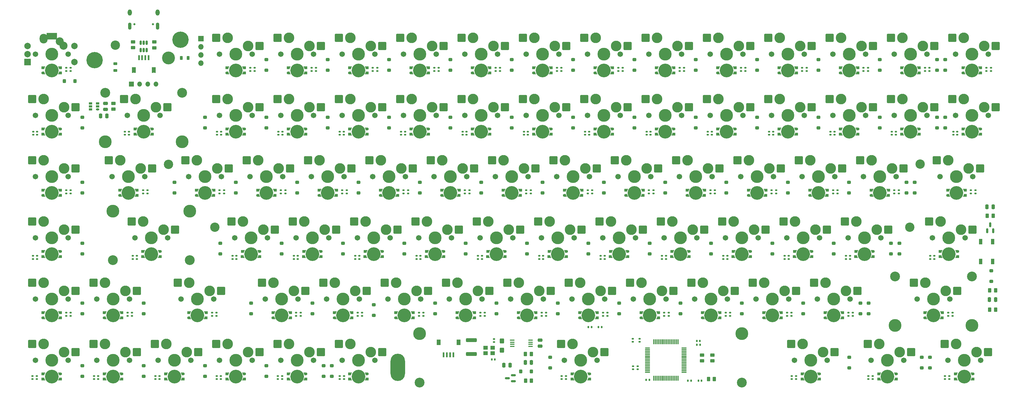
<source format=gbr>
G04 #@! TF.GenerationSoftware,KiCad,Pcbnew,(6.0.2-0)*
G04 #@! TF.CreationDate,2022-05-10T15:32:32+07:00*
G04 #@! TF.ProjectId,kb-lone,6b622d6c-6f6e-4652-9e6b-696361645f70,rev?*
G04 #@! TF.SameCoordinates,Original*
G04 #@! TF.FileFunction,Soldermask,Top*
G04 #@! TF.FilePolarity,Negative*
%FSLAX46Y46*%
G04 Gerber Fmt 4.6, Leading zero omitted, Abs format (unit mm)*
G04 Created by KiCad (PCBNEW (6.0.2-0)) date 2022-05-10 15:32:32*
%MOMM*%
%LPD*%
G01*
G04 APERTURE LIST*
G04 Aperture macros list*
%AMRoundRect*
0 Rectangle with rounded corners*
0 $1 Rounding radius*
0 $2 $3 $4 $5 $6 $7 $8 $9 X,Y pos of 4 corners*
0 Add a 4 corners polygon primitive as box body*
4,1,4,$2,$3,$4,$5,$6,$7,$8,$9,$2,$3,0*
0 Add four circle primitives for the rounded corners*
1,1,$1+$1,$2,$3*
1,1,$1+$1,$4,$5*
1,1,$1+$1,$6,$7*
1,1,$1+$1,$8,$9*
0 Add four rect primitives between the rounded corners*
20,1,$1+$1,$2,$3,$4,$5,0*
20,1,$1+$1,$4,$5,$6,$7,0*
20,1,$1+$1,$6,$7,$8,$9,0*
20,1,$1+$1,$8,$9,$2,$3,0*%
%AMOutline4P*
0 Free polygon, 4 corners , with rotation*
0 The origin of the aperture is its center*
0 number of corners: always 4*
0 $1 to $8 corner X, Y*
0 $9 Rotation angle, in degrees counterclockwise*
0 create outline with 4 corners*
4,1,4,$1,$2,$3,$4,$5,$6,$7,$8,$1,$2,$9*%
%AMFreePoly0*
4,1,34,0.539142,0.394142,0.545000,0.380000,0.545000,-0.380000,0.542091,-0.387023,0.539183,-0.394101,0.539154,-0.394113,0.539142,-0.394142,0.532183,-0.397025,0.525059,-0.400000,-0.345813,-0.402541,-0.359972,-0.396724,-0.365871,-0.382599,-0.363699,-0.377313,-0.368760,-0.369759,-0.367711,-0.364454,-0.414942,-0.174744,-0.481229,0.014483,-0.564791,0.196743,-0.661662,0.364831,-0.664142,0.365858,
-0.665002,0.367933,-0.666846,0.369219,-0.667839,0.374782,-0.670000,0.380000,-0.669140,0.382076,-0.669535,0.384289,-0.666303,0.388925,-0.664142,0.394142,-0.662067,0.395002,-0.660781,0.396846,-0.655218,0.397839,-0.650000,0.400000,0.525000,0.400000,0.539142,0.394142,0.539142,0.394142,$1*%
%AMFreePoly1*
4,1,32,0.525059,0.400000,0.532183,0.397025,0.539142,0.394142,0.539154,0.394113,0.539183,0.394101,0.542091,0.387023,0.545000,0.380000,0.545000,-0.380000,0.539142,-0.394142,0.525000,-0.400000,-0.650000,-0.400000,-0.664142,-0.394142,-0.670000,-0.380000,-0.664142,-0.365858,-0.650000,-0.360000,-0.639861,-0.360000,-0.627372,-0.335022,-0.633486,-0.326813,-0.631272,-0.311667,-0.627376,-0.308765,
-0.540607,-0.147827,-0.466341,0.024153,-0.407269,0.201926,-0.364878,0.379782,-0.365041,0.380580,-0.365871,0.382599,-0.365592,0.383267,-0.365853,0.384541,-0.363693,0.387815,-0.359972,0.396724,-0.345813,0.402541,0.525059,0.400000,0.525059,0.400000,$1*%
%AMFreePoly2*
4,1,41,0.319736,0.407785,0.429772,0.357533,0.521194,0.278316,0.586594,0.176551,0.620674,0.060484,0.620674,-0.060484,0.586594,-0.176551,0.521194,-0.278316,0.429772,-0.357533,0.319736,-0.407785,0.200000,-0.425000,-0.275000,-0.425000,-0.292678,-0.417678,-0.300000,-0.400000,-0.292678,-0.382322,-0.278880,-0.376607,-0.284170,-0.360736,-0.300823,-0.357521,-0.311542,-0.341671,-0.310592,-0.336750,
-0.357127,-0.150581,-0.420980,0.035288,-0.500554,0.214989,-0.592538,0.382243,-0.592678,0.382301,-0.593008,0.383097,-0.593027,0.383132,-0.597072,0.386095,-0.598748,0.396955,-0.600000,0.399978,-0.599427,0.401360,-0.599990,0.405006,-0.595222,0.411514,-0.592678,0.417657,-0.589869,0.418820,-0.588682,0.420441,-0.584339,0.421111,-0.575001,0.424979,0.199999,0.425000,0.200000,0.425000,
0.319736,0.407785,0.319736,0.407785,$1*%
%AMFreePoly3*
4,1,32,0.525059,0.400000,0.532183,0.397025,0.539142,0.394142,0.539154,0.394113,0.539183,0.394101,0.542091,0.387023,0.545000,0.380000,0.545000,-0.380000,0.539142,-0.394142,0.525000,-0.400000,-0.650000,-0.400000,-0.664142,-0.394142,-0.670000,-0.380000,-0.664142,-0.365858,-0.650000,-0.360000,-0.639861,-0.360000,-0.627370,-0.335018,-0.633484,-0.326810,-0.631270,-0.311664,-0.627374,-0.308762,
-0.540606,-0.147825,-0.466340,0.024155,-0.407269,0.201927,-0.364878,0.379782,-0.365041,0.380580,-0.365871,0.382599,-0.365592,0.383267,-0.365853,0.384541,-0.363693,0.387815,-0.359972,0.396724,-0.345813,0.402541,0.525059,0.400000,0.525059,0.400000,$1*%
%AMFreePoly4*
4,1,41,0.319736,0.407785,0.429772,0.357533,0.521194,0.278316,0.586594,0.176551,0.620674,0.060484,0.620674,-0.060484,0.586594,-0.176551,0.521194,-0.278316,0.429772,-0.357533,0.319736,-0.407785,0.200000,-0.425000,-0.275000,-0.425000,-0.292678,-0.417678,-0.300000,-0.400000,-0.292678,-0.382322,-0.278880,-0.376607,-0.284171,-0.360733,-0.300823,-0.357518,-0.311543,-0.341668,-0.310592,-0.336745,
-0.357128,-0.150579,-0.420980,0.035289,-0.500554,0.214990,-0.592538,0.382243,-0.592678,0.382301,-0.593008,0.383097,-0.593027,0.383132,-0.597072,0.386095,-0.598748,0.396955,-0.600000,0.399978,-0.599427,0.401360,-0.599990,0.405006,-0.595222,0.411514,-0.592678,0.417657,-0.589869,0.418820,-0.588682,0.420441,-0.584339,0.421111,-0.575001,0.424979,0.199999,0.425000,0.200000,0.425000,
0.319736,0.407785,0.319736,0.407785,$1*%
G04 Aperture macros list end*
%ADD10C,4.250000*%
%ADD11FreePoly0,180.000000*%
%ADD12FreePoly1,180.000000*%
%ADD13FreePoly2,0.000000*%
%ADD14FreePoly1,0.000000*%
%ADD15RoundRect,0.250000X0.350000X-0.250000X0.350000X0.250000X-0.350000X0.250000X-0.350000X-0.250000X0*%
%ADD16RoundRect,0.140000X-0.170000X0.140000X-0.170000X-0.140000X0.170000X-0.140000X0.170000X0.140000X0*%
%ADD17FreePoly0,0.000000*%
%ADD18FreePoly3,0.000000*%
%ADD19FreePoly4,180.000000*%
%ADD20FreePoly3,180.000000*%
%ADD21C,3.302000*%
%ADD22C,1.701800*%
%ADD23C,3.987800*%
%ADD24RoundRect,0.254000X-1.016000X-1.016000X1.016000X-1.016000X1.016000X1.016000X-1.016000X1.016000X0*%
%ADD25RoundRect,0.140000X0.140000X0.170000X-0.140000X0.170000X-0.140000X-0.170000X0.140000X-0.170000X0*%
%ADD26RoundRect,0.140000X0.170000X-0.140000X0.170000X0.140000X-0.170000X0.140000X-0.170000X-0.140000X0*%
%ADD27FreePoly4,0.000000*%
%ADD28RoundRect,0.200000X-0.537500X0.000000X0.537500X0.000000X0.537500X0.000000X-0.537500X0.000000X0*%
%ADD29R,1.475000X0.400000*%
%ADD30R,0.600000X1.550000*%
%ADD31C,0.400000*%
%ADD32R,1.200000X1.800000*%
%ADD33C,4.000000*%
%ADD34O,2.500000X3.000000*%
%ADD35C,2.500000*%
%ADD36R,1.100000X1.800000*%
%ADD37RoundRect,0.150000X0.587500X0.150000X-0.587500X0.150000X-0.587500X-0.150000X0.587500X-0.150000X0*%
%ADD38RoundRect,0.250000X0.450000X-0.262500X0.450000X0.262500X-0.450000X0.262500X-0.450000X-0.262500X0*%
%ADD39RoundRect,0.150000X0.150000X-0.512500X0.150000X0.512500X-0.150000X0.512500X-0.150000X-0.512500X0*%
%ADD40RoundRect,0.250000X0.475000X-0.250000X0.475000X0.250000X-0.475000X0.250000X-0.475000X-0.250000X0*%
%ADD41RoundRect,0.250000X-0.250000X-0.475000X0.250000X-0.475000X0.250000X0.475000X-0.250000X0.475000X0*%
%ADD42RoundRect,0.250000X-0.425000X0.537500X-0.425000X-0.537500X0.425000X-0.537500X0.425000X0.537500X0*%
%ADD43RoundRect,0.250000X-0.262500X-0.450000X0.262500X-0.450000X0.262500X0.450000X-0.262500X0.450000X0*%
%ADD44RoundRect,0.250000X0.250000X0.350000X-0.250000X0.350000X-0.250000X-0.350000X0.250000X-0.350000X0*%
%ADD45RoundRect,0.218750X0.218750X0.381250X-0.218750X0.381250X-0.218750X-0.381250X0.218750X-0.381250X0*%
%ADD46R,1.524000X1.524000*%
%ADD47O,1.524000X1.524000*%
%ADD48RoundRect,0.150000X0.150000X-0.587500X0.150000X0.587500X-0.150000X0.587500X-0.150000X-0.587500X0*%
%ADD49C,3.048000*%
%ADD50RoundRect,0.135000X-0.135000X-0.185000X0.135000X-0.185000X0.135000X0.185000X-0.135000X0.185000X0*%
%ADD51RoundRect,0.250000X-0.450000X0.262500X-0.450000X-0.262500X0.450000X-0.262500X0.450000X0.262500X0*%
%ADD52RoundRect,0.140000X-0.140000X-0.170000X0.140000X-0.170000X0.140000X0.170000X-0.140000X0.170000X0*%
%ADD53RoundRect,0.250000X0.262500X0.450000X-0.262500X0.450000X-0.262500X-0.450000X0.262500X-0.450000X0*%
%ADD54RoundRect,0.250000X-1.450000X0.312500X-1.450000X-0.312500X1.450000X-0.312500X1.450000X0.312500X0*%
%ADD55RoundRect,0.325000X0.205000X0.000000X-0.205000X0.000000X-0.205000X0.000000X0.205000X0.000000X0*%
%ADD56R,1.060000X0.650000*%
%ADD57RoundRect,0.218750X-0.381250X0.218750X-0.381250X-0.218750X0.381250X-0.218750X0.381250X0.218750X0*%
%ADD58R,1.400000X1.200000*%
%ADD59O,4.500000X8.500000*%
%ADD60RoundRect,0.250000X0.250000X0.475000X-0.250000X0.475000X-0.250000X-0.475000X0.250000X-0.475000X0*%
%ADD61RoundRect,0.150000X-0.625000X0.000000X0.625000X0.000000X0.625000X0.000000X-0.625000X0.000000X0*%
%ADD62Outline4P,-0.775000X-0.150000X0.775000X-0.150000X0.775000X0.150000X-0.775000X0.150000X0.000000*%
%ADD63Outline4P,-0.150000X-0.775000X0.150000X-0.775000X0.150000X0.775000X-0.150000X0.775000X0.000000*%
%ADD64RoundRect,0.135000X0.135000X0.185000X-0.135000X0.185000X-0.135000X-0.185000X0.135000X-0.185000X0*%
%ADD65C,2.900000*%
%ADD66R,1.700000X1.700000*%
%ADD67O,1.700000X1.700000*%
%ADD68C,5.080000*%
%ADD69R,2.000000X2.000000*%
%ADD70C,2.000000*%
%ADD71R,3.200000X2.000000*%
%ADD72C,0.650000*%
%ADD73O,1.100000X2.200000*%
%ADD74O,1.300000X1.900000*%
G04 APERTURE END LIST*
D10*
X295275000Y-126520000D03*
D11*
X292608000Y-127320000D03*
D12*
X292633400Y-125720000D03*
D13*
X297840400Y-125720000D03*
D14*
X297916600Y-127320000D03*
D15*
X300040000Y-87230000D03*
X300040000Y-83930000D03*
X161930000Y-145580000D03*
X161930000Y-142280000D03*
D16*
X196390000Y-144770000D03*
X196390000Y-145730000D03*
X296400000Y-68570000D03*
X296400000Y-69530000D03*
D15*
X195260000Y-107490000D03*
X195260000Y-104190000D03*
D10*
X335756250Y-145570000D03*
D17*
X338423250Y-144770000D03*
D18*
X338397850Y-146370000D03*
D19*
X333190850Y-146370000D03*
D20*
X333114650Y-144770000D03*
D15*
X71430000Y-164580000D03*
X71430000Y-161280000D03*
D21*
X140335000Y-116363750D03*
X146685000Y-118903750D03*
D22*
X137795000Y-121443750D03*
X147955000Y-121443750D03*
D23*
X142875000Y-121443750D03*
D24*
X136779000Y-116363750D03*
X150241000Y-118903750D03*
D21*
X303847500Y-99853750D03*
X297497500Y-97313750D03*
D22*
X305117500Y-102393750D03*
D23*
X300037500Y-102393750D03*
D22*
X294957500Y-102393750D03*
D24*
X293941500Y-97313750D03*
X307403500Y-99853750D03*
D21*
X84772500Y-137953750D03*
D23*
X80962500Y-140493750D03*
D21*
X78422500Y-135413750D03*
D22*
X75882500Y-140493750D03*
X86042500Y-140493750D03*
D24*
X74866500Y-135413750D03*
X88328500Y-137953750D03*
D10*
X138112500Y-69370000D03*
D17*
X140779500Y-68570000D03*
D18*
X140754100Y-70170000D03*
D19*
X135547100Y-70170000D03*
D20*
X135470900Y-68570000D03*
D15*
X176200000Y-107490000D03*
X176200000Y-104190000D03*
D25*
X199560000Y-159350000D03*
X198600000Y-159350000D03*
D26*
X293040000Y-165420000D03*
X293040000Y-164460000D03*
D10*
X321468750Y-164620000D03*
D11*
X318801750Y-165420000D03*
D20*
X318827150Y-163820000D03*
D27*
X324034150Y-163820000D03*
D18*
X324110350Y-165420000D03*
D16*
X209300000Y-106670000D03*
X209300000Y-107630000D03*
X324090000Y-88410000D03*
X324090000Y-89370000D03*
D22*
X257492500Y-64293750D03*
X247332500Y-64293750D03*
D21*
X249872500Y-59213750D03*
X256222500Y-61753750D03*
D23*
X252412500Y-64293750D03*
D24*
X246316500Y-59213750D03*
X259778500Y-61753750D03*
D16*
X156150000Y-127080000D03*
X156150000Y-128040000D03*
D15*
X252410000Y-107490000D03*
X252410000Y-104190000D03*
D16*
X214550000Y-127080000D03*
X214550000Y-128040000D03*
D15*
X148920000Y-164580000D03*
X148920000Y-161280000D03*
D16*
X208540000Y-88410000D03*
X208540000Y-89370000D03*
D21*
X103822500Y-157003750D03*
D23*
X100012500Y-159543750D03*
D22*
X105092500Y-159543750D03*
X94932500Y-159543750D03*
D21*
X97472500Y-154463750D03*
D24*
X93916500Y-154463750D03*
X107378500Y-157003750D03*
D15*
X166690000Y-69300000D03*
X166690000Y-66000000D03*
D10*
X138112500Y-88420000D03*
D11*
X135445500Y-89220000D03*
D20*
X135470900Y-87620000D03*
D27*
X140677900Y-87620000D03*
D18*
X140754100Y-89220000D03*
D28*
X204907500Y-153287500D03*
D29*
X204907500Y-153937500D03*
X204907500Y-154587500D03*
X204907500Y-155237500D03*
X210632500Y-155237500D03*
X210632500Y-154587500D03*
X210632500Y-153937500D03*
X210632500Y-153287500D03*
D22*
X128270000Y-140493750D03*
X138430000Y-140493750D03*
D23*
X133350000Y-140493750D03*
D21*
X137160000Y-137953750D03*
X130810000Y-135413750D03*
D24*
X127254000Y-135413750D03*
X140716000Y-137953750D03*
D16*
X157410000Y-127080000D03*
X157410000Y-128040000D03*
D26*
X242330000Y-153810000D03*
X242330000Y-152850000D03*
D16*
X209800000Y-88410000D03*
X209800000Y-89370000D03*
D15*
X147640000Y-87230000D03*
X147640000Y-83930000D03*
D16*
X175190000Y-127080000D03*
X175190000Y-128040000D03*
X57380000Y-127080000D03*
X57380000Y-128040000D03*
X138350000Y-127080000D03*
X138350000Y-128040000D03*
D15*
X123820000Y-145110000D03*
X123820000Y-141810000D03*
D22*
X228917500Y-102393750D03*
D21*
X221297500Y-97313750D03*
X227647500Y-99853750D03*
D22*
X218757500Y-102393750D03*
D23*
X223837500Y-102393750D03*
D24*
X217741500Y-97313750D03*
X231203500Y-99853750D03*
D10*
X280987500Y-107470000D03*
D17*
X283654500Y-106670000D03*
D18*
X283629100Y-108270000D03*
D19*
X278422100Y-108270000D03*
D20*
X278345900Y-106670000D03*
D10*
X228600000Y-145570000D03*
D17*
X231267000Y-144770000D03*
D18*
X231241600Y-146370000D03*
D19*
X226034600Y-146370000D03*
D20*
X225958400Y-144770000D03*
D16*
X252660000Y-127080000D03*
X252660000Y-128040000D03*
X272590000Y-144770000D03*
X272590000Y-145730000D03*
X304570000Y-106670000D03*
X304570000Y-107630000D03*
D15*
X280990000Y-69280000D03*
X280990000Y-65980000D03*
D30*
X89000000Y-65375000D03*
X90000000Y-65375000D03*
X91000000Y-65375000D03*
X92000000Y-65375000D03*
D31*
X87750000Y-69250000D03*
X94000000Y-69950000D03*
D32*
X93600000Y-69250000D03*
D31*
X87800000Y-69950000D03*
X87050000Y-69250000D03*
X93200000Y-69950000D03*
X87800000Y-68550000D03*
X94000000Y-68550000D03*
D32*
X87400000Y-69250000D03*
D31*
X93950000Y-69250000D03*
X93200000Y-68550000D03*
X87000000Y-68550000D03*
X93250000Y-69250000D03*
X87000000Y-69950000D03*
D15*
X223830000Y-69280000D03*
X223830000Y-65980000D03*
D21*
X184785000Y-118903750D03*
D22*
X175895000Y-121443750D03*
X186055000Y-121443750D03*
D21*
X178435000Y-116363750D03*
D23*
X180975000Y-121443750D03*
D24*
X174879000Y-116363750D03*
X188341000Y-118903750D03*
D16*
X324990000Y-106670000D03*
X324990000Y-107630000D03*
D23*
X271462500Y-64293750D03*
D21*
X275272500Y-61753750D03*
X268922500Y-59213750D03*
D22*
X266382500Y-64293750D03*
X276542500Y-64293750D03*
D24*
X265366500Y-59213750D03*
X278828500Y-61753750D03*
D10*
X242887500Y-107470000D03*
D17*
X245554500Y-106670000D03*
D18*
X245529100Y-108270000D03*
D19*
X240322100Y-108270000D03*
D20*
X240245900Y-106670000D03*
D15*
X109540000Y-87230000D03*
X109540000Y-83930000D03*
D10*
X119062500Y-88420000D03*
D11*
X116395500Y-89220000D03*
D20*
X116420900Y-87620000D03*
D27*
X121627900Y-87620000D03*
D18*
X121704100Y-89220000D03*
D22*
X350361250Y-159543750D03*
D21*
X349091250Y-157003750D03*
D22*
X340201250Y-159543750D03*
D23*
X345281250Y-159543750D03*
D21*
X342741250Y-154463750D03*
D24*
X339185250Y-154463750D03*
X352647250Y-157003750D03*
D15*
X128580000Y-164580000D03*
X128580000Y-161280000D03*
D21*
X351472500Y-80803750D03*
D23*
X347662500Y-83343750D03*
D21*
X345122500Y-78263750D03*
D22*
X342582500Y-83343750D03*
X352742500Y-83343750D03*
D24*
X341566500Y-78263750D03*
X355028500Y-80803750D03*
D10*
X166687500Y-107470000D03*
D17*
X169354500Y-106670000D03*
D18*
X169329100Y-108270000D03*
D19*
X164122100Y-108270000D03*
D20*
X164045900Y-106670000D03*
D16*
X182100000Y-68570000D03*
X182100000Y-69530000D03*
X111710000Y-144770000D03*
X111710000Y-145730000D03*
D33*
X98160000Y-65490000D03*
D16*
X247390000Y-106670000D03*
X247390000Y-107630000D03*
X190200000Y-106670000D03*
X190200000Y-107630000D03*
D15*
X133350000Y-126480000D03*
X133350000Y-123180000D03*
X128580000Y-87230000D03*
X128580000Y-83930000D03*
D22*
X162242500Y-64293750D03*
D23*
X157162500Y-64293750D03*
D22*
X152082500Y-64293750D03*
D21*
X160972500Y-61753750D03*
X154622500Y-59213750D03*
D24*
X151066500Y-59213750D03*
X164528500Y-61753750D03*
D15*
X71430000Y-145110000D03*
X71430000Y-141810000D03*
D10*
X209550000Y-145570000D03*
D17*
X212217000Y-144770000D03*
D18*
X212191600Y-146370000D03*
D19*
X206984600Y-146370000D03*
D20*
X206908400Y-144770000D03*
D21*
X318928750Y-154463750D03*
D23*
X321468750Y-159543750D03*
D22*
X316388750Y-159543750D03*
D21*
X325278750Y-157003750D03*
D22*
X326548750Y-159543750D03*
D24*
X315372750Y-154463750D03*
X328834750Y-157003750D03*
D21*
X189547500Y-99853750D03*
D22*
X190817500Y-102393750D03*
D23*
X185737500Y-102393750D03*
D22*
X180657500Y-102393750D03*
D21*
X183197500Y-97313750D03*
D24*
X179641500Y-97313750D03*
X193103500Y-99853750D03*
D10*
X297656250Y-164620000D03*
D11*
X294989250Y-165420000D03*
D20*
X295014650Y-163820000D03*
D27*
X300221650Y-163820000D03*
D18*
X300297850Y-165420000D03*
D16*
X229730000Y-106670000D03*
X229730000Y-107630000D03*
D15*
X339420000Y-69280000D03*
X339420000Y-65980000D03*
D16*
X239260000Y-68570000D03*
X239260000Y-69530000D03*
X142610000Y-68570000D03*
X142610000Y-69530000D03*
X170430000Y-88410000D03*
X170430000Y-89370000D03*
D15*
X336860000Y-87230000D03*
X336860000Y-83930000D03*
X190500000Y-126480000D03*
X190500000Y-123180000D03*
D21*
X180022500Y-61753750D03*
D22*
X171132500Y-64293750D03*
D23*
X176212500Y-64293750D03*
D22*
X181292500Y-64293750D03*
D21*
X173672500Y-59213750D03*
D24*
X170116500Y-59213750D03*
X183578500Y-61753750D03*
D15*
X247650000Y-126480000D03*
X247650000Y-123180000D03*
D16*
X177350000Y-144770000D03*
X177350000Y-145730000D03*
D10*
X200025000Y-126520000D03*
D11*
X197358000Y-127320000D03*
D20*
X197383400Y-125720000D03*
D27*
X202590400Y-125720000D03*
D18*
X202666600Y-127320000D03*
D16*
X265680000Y-88410000D03*
X265680000Y-89370000D03*
D26*
X243890000Y-162350000D03*
X243890000Y-161390000D03*
D23*
X61912500Y-64293750D03*
D22*
X66992500Y-64293750D03*
X56832500Y-64293750D03*
D34*
X59412500Y-59493750D03*
D35*
X65612500Y-61693750D03*
X64412500Y-60293750D03*
D26*
X220280000Y-165420000D03*
X220280000Y-164460000D03*
D10*
X290512500Y-69370000D03*
D17*
X293179500Y-68570000D03*
D18*
X293154100Y-70170000D03*
D19*
X287947100Y-70170000D03*
D20*
X287870900Y-68570000D03*
D16*
X66460000Y-68570000D03*
X66460000Y-69530000D03*
D15*
X332100000Y-161920000D03*
X332100000Y-158620000D03*
D22*
X133032500Y-83343750D03*
D21*
X141922500Y-80803750D03*
D23*
X138112500Y-83343750D03*
D21*
X135572500Y-78263750D03*
D22*
X143192500Y-83343750D03*
D24*
X132016500Y-78263750D03*
X145478500Y-80803750D03*
D16*
X303780000Y-88410000D03*
X303780000Y-89370000D03*
D15*
X152400000Y-126480000D03*
X152400000Y-123180000D03*
D10*
X347662500Y-88420000D03*
D11*
X344995500Y-89220000D03*
D20*
X345020900Y-87620000D03*
D27*
X350227900Y-87620000D03*
D18*
X350304100Y-89220000D03*
D16*
X353590000Y-68570000D03*
X353590000Y-69530000D03*
D10*
X85725000Y-107470000D03*
D17*
X88392000Y-106670000D03*
D18*
X88366600Y-108270000D03*
D19*
X83159600Y-108270000D03*
D20*
X83083400Y-106670000D03*
D10*
X157162500Y-69370000D03*
D17*
X159829500Y-68570000D03*
D18*
X159804100Y-70170000D03*
D19*
X154597100Y-70170000D03*
D20*
X154520900Y-68570000D03*
D16*
X341890000Y-88410000D03*
X341890000Y-89370000D03*
D22*
X86042500Y-159543750D03*
X75882500Y-159543750D03*
D21*
X84772500Y-157003750D03*
X78422500Y-154463750D03*
D23*
X80962500Y-159543750D03*
D24*
X74866500Y-154463750D03*
X88328500Y-157003750D03*
D16*
X163060000Y-68570000D03*
X163060000Y-69530000D03*
D36*
X350420000Y-128820000D03*
X350420000Y-122620000D03*
X354120000Y-122620000D03*
X354120000Y-128820000D03*
D15*
X319090000Y-69280000D03*
X319090000Y-65980000D03*
D37*
X205277500Y-166100000D03*
X205277500Y-164200000D03*
X203402500Y-165150000D03*
D16*
X56140000Y-88410000D03*
X56140000Y-89370000D03*
D15*
X142880000Y-145110000D03*
X142880000Y-141810000D03*
D10*
X238125000Y-126520000D03*
D11*
X235458000Y-127320000D03*
D20*
X235483400Y-125720000D03*
D27*
X240690400Y-125720000D03*
D18*
X240766600Y-127320000D03*
D21*
X230822500Y-59213750D03*
D23*
X233362500Y-64293750D03*
D21*
X237172500Y-61753750D03*
D22*
X228282500Y-64293750D03*
X238442500Y-64293750D03*
D24*
X227266500Y-59213750D03*
X240728500Y-61753750D03*
D16*
X133090000Y-106670000D03*
X133090000Y-107630000D03*
D22*
X102076250Y-140493750D03*
X112236250Y-140493750D03*
D21*
X110966250Y-137953750D03*
D23*
X107156250Y-140493750D03*
D21*
X104616250Y-135413750D03*
D24*
X101060250Y-135413750D03*
X114522250Y-137953750D03*
D16*
X275950000Y-68570000D03*
X275950000Y-69530000D03*
X195510000Y-127080000D03*
X195510000Y-128040000D03*
D15*
X90480000Y-145110000D03*
X90480000Y-141810000D03*
D10*
X119062500Y-164620000D03*
D11*
X116395500Y-165420000D03*
D20*
X116420900Y-163820000D03*
D27*
X121627900Y-163820000D03*
D18*
X121704100Y-165420000D03*
D16*
X67820000Y-106670000D03*
X67820000Y-107630000D03*
D38*
X93810000Y-62352500D03*
X93810000Y-60527500D03*
D16*
X305920000Y-106670000D03*
X305920000Y-107630000D03*
X232360000Y-127080000D03*
X232360000Y-128040000D03*
D22*
X56832500Y-159543750D03*
D21*
X59372500Y-154463750D03*
D23*
X61912500Y-159543750D03*
D21*
X65722500Y-157003750D03*
D22*
X66992500Y-159543750D03*
D24*
X55816500Y-154463750D03*
X69278500Y-157003750D03*
D26*
X55960000Y-165420000D03*
X55960000Y-164460000D03*
D15*
X280980000Y-87230000D03*
X280980000Y-83930000D03*
D16*
X210670000Y-106670000D03*
X210670000Y-107630000D03*
D39*
X89540000Y-63027500D03*
X90490000Y-63027500D03*
X91440000Y-63027500D03*
X91440000Y-60752500D03*
X90490000Y-60752500D03*
X89540000Y-60752500D03*
D16*
X156940000Y-144770000D03*
X156940000Y-145730000D03*
D15*
X295270000Y-145110000D03*
X295270000Y-141810000D03*
D23*
X147637500Y-102393750D03*
D22*
X142557500Y-102393750D03*
D21*
X145097500Y-97313750D03*
X151447500Y-99853750D03*
D22*
X152717500Y-102393750D03*
D24*
X141541500Y-97313750D03*
X155003500Y-99853750D03*
D15*
X209550000Y-126470000D03*
X209550000Y-123170000D03*
D16*
X67810000Y-68570000D03*
X67810000Y-69530000D03*
X175950000Y-144770000D03*
X175950000Y-145730000D03*
X114530000Y-88410000D03*
X114530000Y-89370000D03*
D10*
X271462500Y-69370000D03*
D17*
X274129500Y-68570000D03*
D18*
X274104100Y-70170000D03*
D19*
X268897100Y-70170000D03*
D20*
X268820900Y-68570000D03*
D16*
X195030000Y-144770000D03*
X195030000Y-145730000D03*
D22*
X219392500Y-64293750D03*
D21*
X218122500Y-61753750D03*
X211772500Y-59213750D03*
D22*
X209232500Y-64293750D03*
D23*
X214312500Y-64293750D03*
D24*
X208216500Y-59213750D03*
X221678500Y-61753750D03*
D16*
X199300000Y-152940000D03*
X199300000Y-153900000D03*
D23*
X152400000Y-140493750D03*
D22*
X157480000Y-140493750D03*
D21*
X156210000Y-137953750D03*
D22*
X147320000Y-140493750D03*
D21*
X149860000Y-135413750D03*
D24*
X146304000Y-135413750D03*
X159766000Y-137953750D03*
D10*
X92868750Y-126520000D03*
D11*
X90201750Y-127320000D03*
D20*
X90227150Y-125720000D03*
D27*
X95434150Y-125720000D03*
D18*
X95510350Y-127320000D03*
D30*
X186640000Y-157865000D03*
X185640000Y-157865000D03*
X184640000Y-157865000D03*
X183640000Y-157865000D03*
D31*
X182440000Y-153290000D03*
X188640000Y-154690000D03*
X181640000Y-154690000D03*
X187890000Y-153990000D03*
X182440000Y-154690000D03*
X188590000Y-153990000D03*
X188640000Y-153290000D03*
X181640000Y-153290000D03*
X187840000Y-154690000D03*
D32*
X188240000Y-153990000D03*
D31*
X187840000Y-153290000D03*
D32*
X182040000Y-153990000D03*
D31*
X181690000Y-153990000D03*
X182390000Y-153990000D03*
D16*
X214090000Y-144770000D03*
X214090000Y-145730000D03*
D10*
X180975000Y-126520000D03*
D11*
X178308000Y-127320000D03*
D20*
X178333400Y-125720000D03*
D27*
X183540400Y-125720000D03*
D18*
X183616600Y-127320000D03*
D10*
X80962500Y-145570000D03*
D17*
X83629500Y-144770000D03*
D18*
X83604100Y-146370000D03*
D19*
X78397100Y-146370000D03*
D20*
X78320900Y-144770000D03*
D16*
X190750000Y-88410000D03*
X190750000Y-89370000D03*
X347390000Y-106670000D03*
X347390000Y-107630000D03*
D21*
X307022500Y-78263750D03*
D23*
X309562500Y-83343750D03*
D22*
X304482500Y-83343750D03*
D21*
X313372500Y-80803750D03*
D22*
X314642500Y-83343750D03*
D24*
X303466500Y-78263750D03*
X316928500Y-80803750D03*
D26*
X75040000Y-165420000D03*
X75040000Y-164460000D03*
D16*
X213290000Y-127080000D03*
X213290000Y-128040000D03*
D23*
X195262500Y-83343750D03*
D21*
X199072500Y-80803750D03*
D22*
X200342500Y-83343750D03*
D21*
X192722500Y-78263750D03*
D22*
X190182500Y-83343750D03*
D24*
X189166500Y-78263750D03*
X202628500Y-80803750D03*
D15*
X157160000Y-107490000D03*
X157160000Y-104190000D03*
D10*
X328612500Y-88420000D03*
D11*
X325945500Y-89220000D03*
D20*
X325970900Y-87620000D03*
D27*
X331177900Y-87620000D03*
D18*
X331254100Y-89220000D03*
D16*
X144010000Y-68570000D03*
X144010000Y-69530000D03*
X88350000Y-127080000D03*
X88350000Y-128040000D03*
X91630000Y-106670000D03*
X91630000Y-107630000D03*
D15*
X204790000Y-87230000D03*
X204790000Y-83930000D03*
X334650000Y-161920000D03*
X334650000Y-158620000D03*
D16*
X180700000Y-68570000D03*
X180700000Y-69530000D03*
D15*
X238120000Y-145110000D03*
X238120000Y-141810000D03*
X214310000Y-107480000D03*
X214310000Y-104180000D03*
D26*
X244470000Y-153810000D03*
X244470000Y-152850000D03*
D21*
X83185000Y-97313750D03*
D22*
X90805000Y-102393750D03*
D23*
X85725000Y-102393750D03*
D21*
X89535000Y-99853750D03*
D22*
X80645000Y-102393750D03*
D24*
X79629000Y-97313750D03*
X93091000Y-99853750D03*
D16*
X90280000Y-106670000D03*
X90280000Y-107630000D03*
D40*
X78660000Y-81527500D03*
X78660000Y-79627500D03*
D16*
X176450000Y-127080000D03*
X176450000Y-128040000D03*
D15*
X119060000Y-107480000D03*
X119060000Y-104180000D03*
D16*
X67810000Y-144770000D03*
X67810000Y-145730000D03*
X290260000Y-144770000D03*
X290260000Y-145730000D03*
D22*
X337820000Y-102393750D03*
D21*
X346710000Y-99853750D03*
D22*
X347980000Y-102393750D03*
D23*
X342900000Y-102393750D03*
D21*
X340360000Y-97313750D03*
D24*
X336804000Y-97313750D03*
X350266000Y-99853750D03*
D16*
X290780000Y-127080000D03*
X290780000Y-128040000D03*
D41*
X208970000Y-160220000D03*
X210870000Y-160220000D03*
D42*
X201690000Y-153570000D03*
X201690000Y-156445000D03*
D10*
X61912500Y-145570000D03*
D17*
X64579500Y-144770000D03*
D18*
X64554100Y-146370000D03*
D19*
X59347100Y-146370000D03*
D20*
X59270900Y-144770000D03*
D10*
X80962500Y-164620000D03*
D11*
X78295500Y-165420000D03*
D20*
X78320900Y-163820000D03*
D27*
X83527900Y-163820000D03*
D18*
X83604100Y-165420000D03*
D16*
X86850000Y-144770000D03*
X86850000Y-145730000D03*
D15*
X185740000Y-87230000D03*
X185740000Y-83930000D03*
X204780000Y-69280000D03*
X204780000Y-65980000D03*
D16*
X215450000Y-144770000D03*
X215450000Y-145730000D03*
D10*
X171450000Y-145570000D03*
D17*
X174117000Y-144770000D03*
D18*
X174091600Y-146370000D03*
D19*
X168884600Y-146370000D03*
D20*
X168808400Y-144770000D03*
D26*
X57290000Y-165420000D03*
X57290000Y-164460000D03*
D16*
X113990000Y-106670000D03*
X113990000Y-107630000D03*
D15*
X329890000Y-107480000D03*
X329890000Y-104180000D03*
X276230000Y-145110000D03*
X276230000Y-141810000D03*
D43*
X209027500Y-157630000D03*
X210852500Y-157630000D03*
X352447500Y-114600000D03*
X354272500Y-114600000D03*
D16*
X56130000Y-127080000D03*
X56130000Y-128040000D03*
D26*
X152680000Y-165440000D03*
X152680000Y-164480000D03*
D21*
X154622500Y-154463750D03*
D23*
X157162500Y-159543750D03*
D21*
X160972500Y-157003750D03*
D22*
X162242500Y-159543750D03*
X152082500Y-159543750D03*
D24*
X151066500Y-154463750D03*
X164528500Y-157003750D03*
D10*
X195262500Y-69370000D03*
D17*
X197929500Y-68570000D03*
D18*
X197904100Y-70170000D03*
D19*
X192697100Y-70170000D03*
D20*
X192620900Y-68570000D03*
D16*
X139250000Y-144770000D03*
X139250000Y-145730000D03*
D26*
X316830000Y-165420000D03*
X316830000Y-164460000D03*
D22*
X162242500Y-83343750D03*
X152082500Y-83343750D03*
D21*
X160972500Y-80803750D03*
D23*
X157162500Y-83343750D03*
D21*
X154622500Y-78263750D03*
D24*
X151066500Y-78263750D03*
X164528500Y-80803750D03*
D15*
X322570000Y-126470000D03*
X322570000Y-123170000D03*
D21*
X337978750Y-116363750D03*
X344328750Y-118903750D03*
D22*
X335438750Y-121443750D03*
X345598750Y-121443750D03*
D23*
X340518750Y-121443750D03*
D24*
X334422750Y-116363750D03*
X347884750Y-118903750D03*
D21*
X254635000Y-116363750D03*
D22*
X252095000Y-121443750D03*
X262255000Y-121443750D03*
D21*
X260985000Y-118903750D03*
D23*
X257175000Y-121443750D03*
D24*
X251079000Y-116363750D03*
X264541000Y-118903750D03*
D10*
X128587500Y-107470000D03*
D17*
X131254500Y-106670000D03*
D18*
X131229100Y-108270000D03*
D19*
X126022100Y-108270000D03*
D20*
X125945900Y-106670000D03*
D15*
X100010000Y-107480000D03*
X100010000Y-104180000D03*
D10*
X61912500Y-88420000D03*
D11*
X59245500Y-89220000D03*
D20*
X59270900Y-87620000D03*
D27*
X64477900Y-87620000D03*
D18*
X64554100Y-89220000D03*
D10*
X123825000Y-126520000D03*
D11*
X121158000Y-127320000D03*
D20*
X121183400Y-125720000D03*
D27*
X126390400Y-125720000D03*
D18*
X126466600Y-127320000D03*
D10*
X185737500Y-107470000D03*
D17*
X188404500Y-106670000D03*
D18*
X188379100Y-108270000D03*
D19*
X183172100Y-108270000D03*
D20*
X183095900Y-106670000D03*
D44*
X69110000Y-72700000D03*
X65810000Y-72700000D03*
D16*
X85470000Y-144770000D03*
X85470000Y-145730000D03*
X333130000Y-68570000D03*
X333130000Y-69530000D03*
X132330000Y-88410000D03*
X132330000Y-89370000D03*
X341640000Y-144770000D03*
X341640000Y-145730000D03*
D15*
X180980000Y-145110000D03*
X180980000Y-141810000D03*
D26*
X76350000Y-165420000D03*
X76350000Y-164460000D03*
D10*
X138112500Y-164620000D03*
D11*
X135445500Y-165420000D03*
D20*
X135470900Y-163820000D03*
D27*
X140677900Y-163820000D03*
D18*
X140754100Y-165420000D03*
D23*
X290512500Y-64293750D03*
D21*
X287972500Y-59213750D03*
X294322500Y-61753750D03*
D22*
X285432500Y-64293750D03*
X295592500Y-64293750D03*
D24*
X284416500Y-59213750D03*
X297878500Y-61753750D03*
D10*
X195262500Y-88420000D03*
D11*
X192595500Y-89220000D03*
D20*
X192620900Y-87620000D03*
D27*
X197827900Y-87620000D03*
D18*
X197904100Y-89220000D03*
D16*
X323580000Y-106670000D03*
X323580000Y-107630000D03*
D15*
X290510000Y-107480000D03*
X290510000Y-104180000D03*
D16*
X285980000Y-88410000D03*
X285980000Y-89370000D03*
D25*
X247510000Y-165670000D03*
X246550000Y-165670000D03*
D15*
X319090000Y-87230000D03*
X319090000Y-83930000D03*
D10*
X328612500Y-69370000D03*
D17*
X331279500Y-68570000D03*
D18*
X331254100Y-70170000D03*
D19*
X326047100Y-70170000D03*
D20*
X325970900Y-68570000D03*
D16*
X305030000Y-88410000D03*
X305030000Y-89370000D03*
D10*
X61912500Y-126520000D03*
D11*
X59245500Y-127320000D03*
D20*
X59270900Y-125720000D03*
D27*
X64477900Y-125720000D03*
D18*
X64554100Y-127320000D03*
D16*
X199750000Y-68570000D03*
X199750000Y-69530000D03*
X66440000Y-144770000D03*
X66440000Y-145730000D03*
D15*
X271410000Y-107480000D03*
X271410000Y-104180000D03*
X71440000Y-107490000D03*
X71440000Y-104190000D03*
D10*
X266700000Y-145570000D03*
D17*
X269367000Y-144770000D03*
D18*
X269341600Y-146370000D03*
D19*
X264134600Y-146370000D03*
D20*
X264058400Y-144770000D03*
D22*
X290195000Y-121443750D03*
D21*
X292735000Y-116363750D03*
D23*
X295275000Y-121443750D03*
D22*
X300355000Y-121443750D03*
D21*
X299085000Y-118903750D03*
D24*
X289179000Y-116363750D03*
X302641000Y-118903750D03*
D40*
X213550000Y-155190000D03*
X213550000Y-153290000D03*
D45*
X104272500Y-65490000D03*
X102147500Y-65490000D03*
D26*
X132160000Y-165420000D03*
X132160000Y-164460000D03*
D43*
X353207500Y-143830000D03*
X355032500Y-143830000D03*
D16*
X291640000Y-144770000D03*
X291640000Y-145730000D03*
D23*
X247650000Y-140493750D03*
D22*
X252730000Y-140493750D03*
X242570000Y-140493750D03*
D21*
X251460000Y-137953750D03*
X245110000Y-135413750D03*
D24*
X241554000Y-135413750D03*
X255016000Y-137953750D03*
D10*
X342900000Y-107470000D03*
D17*
X345567000Y-106670000D03*
D18*
X345541600Y-108270000D03*
D19*
X340334600Y-108270000D03*
D20*
X340258400Y-106670000D03*
D21*
X165735000Y-118903750D03*
D23*
X161925000Y-121443750D03*
D22*
X156845000Y-121443750D03*
X167005000Y-121443750D03*
D21*
X159385000Y-116363750D03*
D24*
X155829000Y-116363750D03*
X169291000Y-118903750D03*
D26*
X340660000Y-165420000D03*
X340660000Y-164460000D03*
D16*
X286880000Y-106670000D03*
X286880000Y-107630000D03*
D21*
X235585000Y-116363750D03*
D22*
X243205000Y-121443750D03*
D21*
X241935000Y-118903750D03*
D23*
X238125000Y-121443750D03*
D22*
X233045000Y-121443750D03*
D24*
X232029000Y-116363750D03*
X245491000Y-118903750D03*
D16*
X113040000Y-144770000D03*
X113040000Y-145730000D03*
D15*
X128590000Y-69280000D03*
X128590000Y-65980000D03*
X228600000Y-126480000D03*
X228600000Y-123180000D03*
D41*
X353140000Y-140710000D03*
X355040000Y-140710000D03*
D21*
X332422500Y-61753750D03*
X326072500Y-59213750D03*
D22*
X323532500Y-64293750D03*
X333692500Y-64293750D03*
D23*
X328612500Y-64293750D03*
D24*
X322516500Y-59213750D03*
X335978500Y-61753750D03*
D16*
X266950000Y-88410000D03*
X266950000Y-89370000D03*
D46*
X86680000Y-73670000D03*
D47*
X89220000Y-73670000D03*
X91760000Y-73670000D03*
X94300000Y-73670000D03*
D16*
X252140000Y-144770000D03*
X252140000Y-145730000D03*
D21*
X59372500Y-116363750D03*
X65722500Y-118903750D03*
D22*
X56832500Y-121443750D03*
X66992500Y-121443750D03*
D23*
X61912500Y-121443750D03*
D24*
X55816500Y-116363750D03*
X69278500Y-118903750D03*
D15*
X315600000Y-145110000D03*
X315600000Y-141810000D03*
D10*
X147637500Y-107470000D03*
D17*
X150304500Y-106670000D03*
D18*
X150279100Y-108270000D03*
D19*
X145072100Y-108270000D03*
D20*
X144995900Y-106670000D03*
D21*
X326072500Y-78263750D03*
D23*
X328612500Y-83343750D03*
D21*
X332422500Y-80803750D03*
D22*
X323532500Y-83343750D03*
X333692500Y-83343750D03*
D24*
X322516500Y-78263750D03*
X335978500Y-80803750D03*
D16*
X228830000Y-88410000D03*
X228830000Y-89370000D03*
D23*
X190500000Y-140493750D03*
D21*
X187960000Y-135413750D03*
D22*
X185420000Y-140493750D03*
D21*
X194310000Y-137953750D03*
D22*
X195580000Y-140493750D03*
D24*
X184404000Y-135413750D03*
X197866000Y-137953750D03*
D23*
X166687500Y-102393750D03*
D22*
X161607500Y-102393750D03*
X171767500Y-102393750D03*
D21*
X170497500Y-99853750D03*
X164147500Y-97313750D03*
D24*
X160591500Y-97313750D03*
X174053500Y-99853750D03*
D22*
X114617500Y-102393750D03*
D23*
X109537500Y-102393750D03*
D21*
X106997500Y-97313750D03*
X113347500Y-99853750D03*
D22*
X104457500Y-102393750D03*
D24*
X103441500Y-97313750D03*
X116903500Y-99853750D03*
D15*
X114300000Y-126470000D03*
X114300000Y-123170000D03*
D48*
X352420000Y-119237500D03*
X354320000Y-119237500D03*
X353370000Y-117362500D03*
D10*
X345281250Y-164620000D03*
D11*
X342614250Y-165420000D03*
D20*
X342639650Y-163820000D03*
D27*
X347846650Y-163820000D03*
D18*
X347922850Y-165420000D03*
D10*
X107156250Y-145570000D03*
D17*
X109823250Y-144770000D03*
D18*
X109797850Y-146370000D03*
D19*
X104590850Y-146370000D03*
D20*
X104514650Y-144770000D03*
D16*
X66430000Y-106670000D03*
X66430000Y-107630000D03*
X246640000Y-88410000D03*
X246640000Y-89370000D03*
D10*
X161925000Y-126520000D03*
D11*
X159258000Y-127320000D03*
D20*
X159283400Y-125720000D03*
D27*
X164490400Y-125720000D03*
D18*
X164566600Y-127320000D03*
D10*
X142875000Y-126520000D03*
D11*
X140208000Y-127320000D03*
D20*
X140233400Y-125720000D03*
D27*
X145440400Y-125720000D03*
D18*
X145516600Y-127320000D03*
D10*
X90487500Y-88420000D03*
D11*
X87820500Y-89220000D03*
D20*
X87845900Y-87620000D03*
D27*
X93052900Y-87620000D03*
D18*
X93129100Y-89220000D03*
D21*
X339566250Y-137953750D03*
D22*
X330676250Y-140493750D03*
X340836250Y-140493750D03*
D23*
X323818250Y-148748750D03*
X347694250Y-148748750D03*
D21*
X333216250Y-135413750D03*
D49*
X323818250Y-133508750D03*
D23*
X335756250Y-140493750D03*
D49*
X347694250Y-133508750D03*
D24*
X329660250Y-135413750D03*
X343122250Y-137953750D03*
D41*
X202330000Y-161060000D03*
X204230000Y-161060000D03*
D10*
X261937500Y-107470000D03*
D17*
X264604500Y-106670000D03*
D18*
X264579100Y-108270000D03*
D19*
X259372100Y-108270000D03*
D20*
X259295900Y-106670000D03*
D16*
X309310000Y-144770000D03*
X309310000Y-145730000D03*
D10*
X157162500Y-164640000D03*
D11*
X154495500Y-165440000D03*
D20*
X154520900Y-163840000D03*
D27*
X159727900Y-163840000D03*
D18*
X159804100Y-165440000D03*
D10*
X304800000Y-145570000D03*
D17*
X307467000Y-144770000D03*
D18*
X307441600Y-146370000D03*
D19*
X302234600Y-146370000D03*
D20*
X302158400Y-144770000D03*
D15*
X242890000Y-69290000D03*
X242890000Y-65990000D03*
D21*
X265747500Y-99853750D03*
D22*
X256857500Y-102393750D03*
D21*
X259397500Y-97313750D03*
D23*
X261937500Y-102393750D03*
D22*
X267017500Y-102393750D03*
D24*
X255841500Y-97313750D03*
X269303500Y-99853750D03*
D21*
X180022500Y-80803750D03*
D22*
X171132500Y-83343750D03*
D21*
X173672500Y-78263750D03*
D23*
X176212500Y-83343750D03*
D22*
X181292500Y-83343750D03*
D24*
X170116500Y-78263750D03*
X183578500Y-80803750D03*
D21*
X273685000Y-116363750D03*
D22*
X271145000Y-121443750D03*
D21*
X280035000Y-118903750D03*
D22*
X281305000Y-121443750D03*
D23*
X276225000Y-121443750D03*
D24*
X270129000Y-116363750D03*
X283591000Y-118903750D03*
D23*
X347662500Y-64293750D03*
D22*
X352742500Y-64293750D03*
D21*
X345122500Y-59213750D03*
D22*
X342582500Y-64293750D03*
D21*
X351472500Y-61753750D03*
D24*
X341566500Y-59213750D03*
X355028500Y-61753750D03*
D21*
X256222500Y-80803750D03*
D22*
X257492500Y-83343750D03*
D23*
X252412500Y-83343750D03*
D21*
X249872500Y-78263750D03*
D22*
X247332500Y-83343750D03*
D24*
X246316500Y-78263750D03*
X259778500Y-80803750D03*
D16*
X118050000Y-127080000D03*
X118050000Y-128040000D03*
X352160000Y-68570000D03*
X352160000Y-69530000D03*
X336010000Y-127080000D03*
X336010000Y-128040000D03*
D10*
X176212500Y-69370000D03*
D17*
X178879500Y-68570000D03*
D18*
X178854100Y-70170000D03*
D19*
X173647100Y-70170000D03*
D20*
X173570900Y-68570000D03*
D15*
X71440000Y-126480000D03*
X71440000Y-123180000D03*
X261930000Y-87230000D03*
X261930000Y-83930000D03*
D50*
X262230000Y-154750000D03*
X263250000Y-154750000D03*
D15*
X200020000Y-145110000D03*
X200020000Y-141810000D03*
X71430000Y-87230000D03*
X71430000Y-83930000D03*
D16*
X340300000Y-144770000D03*
X340300000Y-145730000D03*
X171200000Y-106670000D03*
X171200000Y-107630000D03*
D15*
X309520000Y-107480000D03*
X309520000Y-104180000D03*
X309560000Y-161920000D03*
X309560000Y-158620000D03*
D16*
X153510000Y-106670000D03*
X153510000Y-107630000D03*
D21*
X65722500Y-137953750D03*
D23*
X61912500Y-140493750D03*
D22*
X66992500Y-140493750D03*
X56832500Y-140493750D03*
D21*
X59372500Y-135413750D03*
D24*
X55816500Y-135413750D03*
X69278500Y-137953750D03*
D51*
X267120000Y-157927500D03*
X267120000Y-159752500D03*
D16*
X119300000Y-127080000D03*
X119300000Y-128040000D03*
D10*
X252412500Y-69370000D03*
D17*
X255079500Y-68570000D03*
D18*
X255054100Y-70170000D03*
D19*
X249847100Y-70170000D03*
D20*
X249770900Y-68570000D03*
D44*
X210890000Y-163050000D03*
X207590000Y-163050000D03*
D10*
X219075000Y-126520000D03*
D11*
X216408000Y-127320000D03*
D20*
X216433400Y-125720000D03*
D27*
X221640400Y-125720000D03*
D18*
X221716600Y-127320000D03*
D16*
X267830000Y-106670000D03*
X267830000Y-107630000D03*
D26*
X151340000Y-165440000D03*
X151340000Y-164480000D03*
D23*
X314325000Y-121443750D03*
D22*
X309245000Y-121443750D03*
D21*
X311785000Y-116363750D03*
D22*
X319405000Y-121443750D03*
D21*
X318135000Y-118903750D03*
D24*
X308229000Y-116363750D03*
X321691000Y-118903750D03*
D16*
X152150000Y-106670000D03*
X152150000Y-107630000D03*
D10*
X61912500Y-164620000D03*
D11*
X59245500Y-165420000D03*
D20*
X59270900Y-163820000D03*
D27*
X64477900Y-163820000D03*
D18*
X64554100Y-165420000D03*
D21*
X116522500Y-59213750D03*
D22*
X113982500Y-64293750D03*
D23*
X119062500Y-64293750D03*
D21*
X122872500Y-61753750D03*
D22*
X124142500Y-64293750D03*
D24*
X112966500Y-59213750D03*
X126428500Y-61753750D03*
D23*
X242887500Y-102393750D03*
D21*
X240347500Y-97313750D03*
D22*
X237807500Y-102393750D03*
D21*
X246697500Y-99853750D03*
D22*
X247967500Y-102393750D03*
D24*
X236791500Y-97313750D03*
X250253500Y-99853750D03*
D26*
X113130000Y-165420000D03*
X113130000Y-164460000D03*
D10*
X309562500Y-69370000D03*
D17*
X312229500Y-68570000D03*
D18*
X312204100Y-70170000D03*
D19*
X306997100Y-70170000D03*
D20*
X306920900Y-68570000D03*
D15*
X216710000Y-161920000D03*
X216710000Y-158620000D03*
D21*
X226060000Y-135413750D03*
D22*
X233680000Y-140493750D03*
D21*
X232410000Y-137953750D03*
D22*
X223520000Y-140493750D03*
D23*
X228600000Y-140493750D03*
D24*
X222504000Y-135413750D03*
X235966000Y-137953750D03*
D16*
X289520000Y-127080000D03*
X289520000Y-128040000D03*
D15*
X304800000Y-126480000D03*
X304800000Y-123180000D03*
D10*
X190500000Y-145570000D03*
D17*
X193167000Y-144770000D03*
D18*
X193141600Y-146370000D03*
D19*
X187934600Y-146370000D03*
D20*
X187858400Y-144770000D03*
D22*
X299720000Y-140493750D03*
D23*
X304800000Y-140493750D03*
D21*
X302260000Y-135413750D03*
D22*
X309880000Y-140493750D03*
D21*
X308610000Y-137953750D03*
D24*
X298704000Y-135413750D03*
X312166000Y-137953750D03*
D16*
X228360000Y-106670000D03*
X228360000Y-107630000D03*
D25*
X263740000Y-165890000D03*
X262780000Y-165890000D03*
D43*
X265867500Y-165380000D03*
X267692500Y-165380000D03*
D10*
X119062500Y-69370000D03*
D17*
X121729500Y-68570000D03*
D18*
X121704100Y-70170000D03*
D19*
X116497100Y-70170000D03*
D20*
X116420900Y-68570000D03*
D52*
X262250000Y-153520000D03*
X263210000Y-153520000D03*
D15*
X109530000Y-164580000D03*
X109530000Y-161280000D03*
X353730000Y-135020000D03*
X353730000Y-131720000D03*
X285750000Y-126480000D03*
X285750000Y-123180000D03*
D43*
X353207500Y-137830000D03*
X355032500Y-137830000D03*
D22*
X66992500Y-83343750D03*
D21*
X65722500Y-80803750D03*
D23*
X61912500Y-83343750D03*
D21*
X59372500Y-78263750D03*
D22*
X56832500Y-83343750D03*
D24*
X55816500Y-78263750D03*
X69278500Y-80803750D03*
D23*
X123825000Y-121443750D03*
D22*
X118745000Y-121443750D03*
D21*
X127635000Y-118903750D03*
D22*
X128905000Y-121443750D03*
D21*
X121285000Y-116363750D03*
D24*
X117729000Y-116363750D03*
X131191000Y-118903750D03*
D10*
X61912500Y-107470000D03*
D17*
X64579500Y-106670000D03*
D18*
X64554100Y-108270000D03*
D19*
X59347100Y-108270000D03*
D20*
X59270900Y-106670000D03*
D16*
X134490000Y-106670000D03*
X134490000Y-107630000D03*
X247890000Y-88410000D03*
X247890000Y-89370000D03*
D15*
X266700000Y-126490000D03*
X266700000Y-123190000D03*
D10*
X290512500Y-88420000D03*
D11*
X287845500Y-89220000D03*
D20*
X287870900Y-87620000D03*
D27*
X293077900Y-87620000D03*
D18*
X293154100Y-89220000D03*
D10*
X61912500Y-69370000D03*
D17*
X64579500Y-68570000D03*
D18*
X64554100Y-70170000D03*
D19*
X59347100Y-70170000D03*
D20*
X59270900Y-68570000D03*
D15*
X313050000Y-145110000D03*
X313050000Y-141810000D03*
D10*
X214312500Y-69370000D03*
D17*
X216979500Y-68570000D03*
D18*
X216954100Y-70170000D03*
D19*
X211747100Y-70170000D03*
D20*
X211670900Y-68570000D03*
D15*
X325130000Y-126470000D03*
X325130000Y-123170000D03*
D16*
X161630000Y-68570000D03*
X161630000Y-69530000D03*
X271250000Y-144770000D03*
X271250000Y-145730000D03*
D53*
X210892500Y-165880000D03*
X209067500Y-165880000D03*
D16*
X124930000Y-68570000D03*
X124930000Y-69530000D03*
X152620000Y-88410000D03*
X152620000Y-89370000D03*
D10*
X247650000Y-145570000D03*
D17*
X250317000Y-144770000D03*
D18*
X250291600Y-146370000D03*
D19*
X245084600Y-146370000D03*
D20*
X245008400Y-144770000D03*
D10*
X109537500Y-107470000D03*
D17*
X112204500Y-106670000D03*
D18*
X112179100Y-108270000D03*
D19*
X106972100Y-108270000D03*
D20*
X106895900Y-106670000D03*
D15*
X223840000Y-87230000D03*
X223840000Y-83930000D03*
D16*
X113280000Y-88410000D03*
X113280000Y-89370000D03*
X84670000Y-88410000D03*
X84670000Y-89370000D03*
X310700000Y-144770000D03*
X310700000Y-145730000D03*
X158300000Y-144770000D03*
X158300000Y-145730000D03*
X294970000Y-68570000D03*
X294970000Y-69530000D03*
D22*
X238442500Y-83343750D03*
D21*
X237172500Y-80803750D03*
D23*
X233362500Y-83343750D03*
D21*
X230822500Y-78263750D03*
D22*
X228282500Y-83343750D03*
D24*
X227266500Y-78263750D03*
X240728500Y-80803750D03*
D15*
X327340000Y-107480000D03*
X327340000Y-104180000D03*
X219080000Y-145110000D03*
X219080000Y-141810000D03*
D16*
X309820000Y-127080000D03*
X309820000Y-128040000D03*
X308560000Y-127080000D03*
X308560000Y-128040000D03*
X201140000Y-68570000D03*
X201140000Y-69530000D03*
D10*
X157162500Y-88420000D03*
D11*
X154495500Y-89220000D03*
D20*
X154520900Y-87620000D03*
D27*
X159727900Y-87620000D03*
D18*
X159804100Y-89220000D03*
D16*
X277350000Y-68570000D03*
X277350000Y-69530000D03*
D54*
X192200000Y-153332500D03*
X192200000Y-157607500D03*
D26*
X242460000Y-162350000D03*
X242460000Y-161390000D03*
D16*
X334750000Y-127080000D03*
X334750000Y-128040000D03*
X137090000Y-127080000D03*
X137090000Y-128040000D03*
D15*
X257180000Y-145110000D03*
X257180000Y-141810000D03*
D10*
X347662500Y-69370000D03*
D17*
X350329500Y-68570000D03*
D18*
X350304100Y-70170000D03*
D19*
X345097100Y-70170000D03*
D20*
X345020900Y-68570000D03*
D10*
X314325000Y-126520000D03*
D11*
X311658000Y-127320000D03*
D20*
X311683400Y-125720000D03*
D27*
X316890400Y-125720000D03*
D18*
X316966600Y-127320000D03*
D15*
X146360000Y-164580000D03*
X146360000Y-161280000D03*
D10*
X300037500Y-107470000D03*
D17*
X302704500Y-106670000D03*
D18*
X302679100Y-108270000D03*
D19*
X297472100Y-108270000D03*
D20*
X297395900Y-106670000D03*
D16*
X270460000Y-127080000D03*
X270460000Y-128040000D03*
D51*
X81050000Y-79627500D03*
X81050000Y-81452500D03*
D38*
X87140000Y-62322500D03*
X87140000Y-60497500D03*
D15*
X339410000Y-87230000D03*
X339410000Y-83930000D03*
D41*
X77110000Y-83570000D03*
X79010000Y-83570000D03*
D22*
X275907500Y-102393750D03*
D23*
X280987500Y-102393750D03*
D21*
X278447500Y-97313750D03*
X284797500Y-99853750D03*
D22*
X286067500Y-102393750D03*
D24*
X274891500Y-97313750D03*
X288353500Y-99853750D03*
D10*
X285750000Y-145570000D03*
D17*
X288417000Y-144770000D03*
D18*
X288391600Y-146370000D03*
D19*
X283184600Y-146370000D03*
D20*
X283108400Y-144770000D03*
D23*
X219075000Y-121443750D03*
D21*
X222885000Y-118903750D03*
X216535000Y-116363750D03*
D22*
X213995000Y-121443750D03*
X224155000Y-121443750D03*
D24*
X212979000Y-116363750D03*
X226441000Y-118903750D03*
D23*
X266700000Y-140493750D03*
D22*
X261620000Y-140493750D03*
D21*
X270510000Y-137953750D03*
D22*
X271780000Y-140493750D03*
D21*
X264160000Y-135413750D03*
D24*
X260604000Y-135413750D03*
X274066000Y-137953750D03*
D16*
X314010000Y-68570000D03*
X314010000Y-69530000D03*
D21*
X65722500Y-99853750D03*
D23*
X61912500Y-102393750D03*
D21*
X59372500Y-97313750D03*
D22*
X66992500Y-102393750D03*
X56832500Y-102393750D03*
D24*
X55816500Y-97313750D03*
X69278500Y-99853750D03*
D21*
X275272500Y-80803750D03*
D22*
X266382500Y-83343750D03*
X276542500Y-83343750D03*
D23*
X271462500Y-83343750D03*
D21*
X268922500Y-78263750D03*
D24*
X265366500Y-78263750D03*
X278828500Y-80803750D03*
D16*
X258300000Y-68570000D03*
X258300000Y-69530000D03*
D26*
X315530000Y-165420000D03*
X315530000Y-164460000D03*
D15*
X185740000Y-69280000D03*
X185740000Y-65980000D03*
D10*
X133350000Y-145570000D03*
D17*
X136017000Y-144770000D03*
D18*
X135991600Y-146370000D03*
D19*
X130784600Y-146370000D03*
D20*
X130708400Y-144770000D03*
D15*
X90480000Y-164580000D03*
X90480000Y-161280000D03*
X166690000Y-87230000D03*
X166690000Y-83930000D03*
D16*
X171690000Y-88410000D03*
X171690000Y-89370000D03*
D15*
X336860000Y-69280000D03*
X336860000Y-65980000D03*
D21*
X313372500Y-61753750D03*
D23*
X309562500Y-64293750D03*
D22*
X304482500Y-64293750D03*
D21*
X307022500Y-59213750D03*
D22*
X314642500Y-64293750D03*
D24*
X303466500Y-59213750D03*
X316928500Y-61753750D03*
D15*
X171450000Y-126470000D03*
X171450000Y-123170000D03*
D16*
X334510000Y-68570000D03*
X334510000Y-69530000D03*
D10*
X271462500Y-88420000D03*
D11*
X268795500Y-89220000D03*
D20*
X268820900Y-87620000D03*
D27*
X274027900Y-87620000D03*
D18*
X274104100Y-89220000D03*
D26*
X133480000Y-165420000D03*
X133480000Y-164460000D03*
D21*
X132397500Y-99853750D03*
D23*
X128587500Y-102393750D03*
D22*
X133667500Y-102393750D03*
X123507500Y-102393750D03*
D21*
X126047500Y-97313750D03*
D24*
X122491500Y-97313750D03*
X135953500Y-99853750D03*
D16*
X343150000Y-88410000D03*
X343150000Y-89370000D03*
D55*
X76160000Y-81527500D03*
D56*
X76160000Y-80577500D03*
X76160000Y-79627500D03*
X73960000Y-79627500D03*
X73960000Y-80577500D03*
X73960000Y-81527500D03*
D16*
X194250000Y-127080000D03*
X194250000Y-128040000D03*
D15*
X300040000Y-69280000D03*
X300040000Y-65980000D03*
D22*
X302736250Y-159543750D03*
D21*
X301466250Y-157003750D03*
X295116250Y-154463750D03*
D23*
X297656250Y-159543750D03*
D22*
X292576250Y-159543750D03*
D24*
X291560250Y-154463750D03*
X305022250Y-157003750D03*
D16*
X284730000Y-88410000D03*
X284730000Y-89370000D03*
D25*
X260460000Y-165900000D03*
X259500000Y-165900000D03*
D22*
X209867500Y-102393750D03*
X199707500Y-102393750D03*
D21*
X208597500Y-99853750D03*
X202247500Y-97313750D03*
D23*
X204787500Y-102393750D03*
D24*
X198691500Y-97313750D03*
X212153500Y-99853750D03*
D16*
X233100000Y-144770000D03*
X233100000Y-145730000D03*
X271720000Y-127080000D03*
X271720000Y-128040000D03*
X137830000Y-144770000D03*
X137830000Y-145730000D03*
D51*
X263880000Y-157927500D03*
X263880000Y-159752500D03*
D16*
X220200000Y-68570000D03*
X220200000Y-69530000D03*
X172580000Y-106670000D03*
X172580000Y-107630000D03*
D23*
X104806750Y-113188750D03*
D49*
X104806750Y-128428750D03*
D22*
X97948750Y-121443750D03*
X87788750Y-121443750D03*
D23*
X80930750Y-113188750D03*
X92868750Y-121443750D03*
D21*
X90328750Y-116363750D03*
D49*
X80930750Y-128428750D03*
D21*
X96678750Y-118903750D03*
D24*
X86772750Y-116363750D03*
X100234750Y-118903750D03*
D16*
X348810000Y-106670000D03*
X348810000Y-107630000D03*
X85930000Y-88410000D03*
X85930000Y-89370000D03*
D26*
X339340000Y-165420000D03*
X339340000Y-164460000D03*
D10*
X152400000Y-145570000D03*
D17*
X155067000Y-144770000D03*
D18*
X155041600Y-146370000D03*
D19*
X149834600Y-146370000D03*
D20*
X149758400Y-144770000D03*
D26*
X114450000Y-165420000D03*
X114450000Y-164460000D03*
D10*
X214312500Y-88420000D03*
D11*
X211645500Y-89220000D03*
D20*
X211670900Y-87620000D03*
D27*
X216877900Y-87620000D03*
D18*
X216954100Y-89220000D03*
D15*
X147630000Y-69290000D03*
X147630000Y-65990000D03*
D16*
X151370000Y-88410000D03*
X151370000Y-89370000D03*
X322830000Y-88410000D03*
X322830000Y-89370000D03*
D57*
X81650000Y-67257500D03*
X81650000Y-69382500D03*
D21*
X322897500Y-99853750D03*
D22*
X324167500Y-102393750D03*
X314007500Y-102393750D03*
D21*
X316547500Y-97313750D03*
D23*
X319087500Y-102393750D03*
D24*
X312991500Y-97313750D03*
X326453500Y-99853750D03*
D16*
X123590000Y-68570000D03*
X123590000Y-69530000D03*
D10*
X176212500Y-88420000D03*
D11*
X173545500Y-89220000D03*
D20*
X173570900Y-87620000D03*
D27*
X178777900Y-87620000D03*
D18*
X178854100Y-89220000D03*
D16*
X233620000Y-127080000D03*
X233620000Y-128040000D03*
X87090000Y-127080000D03*
X87090000Y-128040000D03*
D15*
X242890000Y-87230000D03*
X242890000Y-83930000D03*
D16*
X251400000Y-127080000D03*
X251400000Y-128040000D03*
X285500000Y-106670000D03*
X285500000Y-107630000D03*
D10*
X252412500Y-88420000D03*
D11*
X249745500Y-89220000D03*
D20*
X249770900Y-87620000D03*
D27*
X254977900Y-87620000D03*
D18*
X255054100Y-89220000D03*
D16*
X57400000Y-88410000D03*
X57400000Y-89370000D03*
X191630000Y-106670000D03*
X191630000Y-107630000D03*
X253550000Y-144770000D03*
X253550000Y-145730000D03*
X189490000Y-88410000D03*
X189490000Y-89370000D03*
D49*
X102425500Y-76358750D03*
D22*
X85407500Y-83343750D03*
D23*
X102425500Y-91598750D03*
D22*
X95567500Y-83343750D03*
D21*
X94297500Y-80803750D03*
D49*
X78549500Y-76358750D03*
D21*
X87947500Y-78263750D03*
D23*
X78549500Y-91598750D03*
X90487500Y-83343750D03*
D24*
X84391500Y-78263750D03*
X97853500Y-80803750D03*
D10*
X233362500Y-88420000D03*
D11*
X230695500Y-89220000D03*
D20*
X230720900Y-87620000D03*
D27*
X235927900Y-87620000D03*
D18*
X236004100Y-89220000D03*
D26*
X221590000Y-165420000D03*
X221590000Y-164460000D03*
D22*
X176530000Y-140493750D03*
D23*
X171450000Y-140493750D03*
D21*
X168910000Y-135413750D03*
X175260000Y-137953750D03*
D22*
X166370000Y-140493750D03*
D24*
X165354000Y-135413750D03*
X178816000Y-137953750D03*
D26*
X95410000Y-165420000D03*
X95410000Y-164460000D03*
D16*
X227580000Y-88410000D03*
X227580000Y-89370000D03*
X115430000Y-106670000D03*
X115430000Y-107630000D03*
D15*
X233370000Y-107480000D03*
X233370000Y-104180000D03*
D21*
X197485000Y-116363750D03*
X203835000Y-118903750D03*
D22*
X194945000Y-121443750D03*
X205105000Y-121443750D03*
D23*
X200025000Y-121443750D03*
D24*
X193929000Y-116363750D03*
X207391000Y-118903750D03*
D26*
X291730000Y-165420000D03*
X291730000Y-164460000D03*
D10*
X276225000Y-126520000D03*
D11*
X273558000Y-127320000D03*
D20*
X273583400Y-125720000D03*
D27*
X278790400Y-125720000D03*
D18*
X278866600Y-127320000D03*
D16*
X315440000Y-68570000D03*
X315440000Y-69530000D03*
D22*
X133032500Y-159543750D03*
X143192500Y-159543750D03*
D21*
X141922500Y-157003750D03*
D23*
X138112500Y-159543750D03*
D21*
X135572500Y-154463750D03*
D24*
X132016500Y-154463750D03*
X145478500Y-157003750D03*
D16*
X133590000Y-88410000D03*
X133590000Y-89370000D03*
D21*
X192722500Y-59213750D03*
D22*
X200342500Y-64293750D03*
X190182500Y-64293750D03*
D21*
X199072500Y-61753750D03*
D23*
X195262500Y-64293750D03*
D24*
X189166500Y-59213750D03*
X202628500Y-61753750D03*
D16*
X248770000Y-106670000D03*
X248770000Y-107630000D03*
D10*
X319087500Y-107470000D03*
D17*
X321754500Y-106670000D03*
D18*
X321729100Y-108270000D03*
D19*
X316522100Y-108270000D03*
D20*
X316445900Y-106670000D03*
D16*
X237840000Y-68570000D03*
X237840000Y-69530000D03*
D58*
X196610000Y-157360000D03*
X198810000Y-157360000D03*
X198810000Y-155660000D03*
X196610000Y-155660000D03*
D21*
X116522500Y-154463750D03*
D22*
X124142500Y-159543750D03*
D23*
X119062500Y-159543750D03*
D21*
X122872500Y-157003750D03*
D22*
X113982500Y-159543750D03*
D24*
X112966500Y-154463750D03*
X126428500Y-157003750D03*
D10*
X340518750Y-126520000D03*
D11*
X337851750Y-127320000D03*
D20*
X337877150Y-125720000D03*
D27*
X343084150Y-125720000D03*
D18*
X343160350Y-127320000D03*
D50*
X228550000Y-149200000D03*
X229570000Y-149200000D03*
D21*
X135572500Y-59213750D03*
X141922500Y-61753750D03*
D22*
X133032500Y-64293750D03*
X143192500Y-64293750D03*
D23*
X138112500Y-64293750D03*
D24*
X132016500Y-59213750D03*
X145478500Y-61753750D03*
D23*
X285750000Y-140493750D03*
D22*
X290830000Y-140493750D03*
D21*
X289560000Y-137953750D03*
D22*
X280670000Y-140493750D03*
D21*
X283210000Y-135413750D03*
D24*
X279654000Y-135413750D03*
X293116000Y-137953750D03*
D10*
X100012500Y-164620000D03*
D11*
X97345500Y-165420000D03*
D20*
X97370900Y-163820000D03*
D27*
X102577900Y-163820000D03*
D18*
X102654100Y-165420000D03*
D21*
X230028750Y-157003750D03*
D23*
X176180750Y-151288750D03*
D21*
X223678750Y-154463750D03*
D22*
X231298750Y-159543750D03*
D23*
X276256750Y-151288750D03*
D22*
X221138750Y-159543750D03*
D23*
X226218750Y-159543750D03*
D49*
X176180750Y-166528750D03*
X276256750Y-166528750D03*
D24*
X220122750Y-154463750D03*
X233584750Y-157003750D03*
D21*
X122872500Y-80803750D03*
D23*
X119062500Y-83343750D03*
D21*
X116522500Y-78263750D03*
D22*
X124142500Y-83343750D03*
X113982500Y-83343750D03*
D24*
X112966500Y-78263750D03*
X126428500Y-80803750D03*
D10*
X204787500Y-107470000D03*
D17*
X207454500Y-106670000D03*
D18*
X207429100Y-108270000D03*
D19*
X202222100Y-108270000D03*
D20*
X202145900Y-106670000D03*
D10*
X223837500Y-107470000D03*
D17*
X226504500Y-106670000D03*
D18*
X226479100Y-108270000D03*
D19*
X221272100Y-108270000D03*
D20*
X221195900Y-106670000D03*
D59*
X169370000Y-161730000D03*
D16*
X256900000Y-68570000D03*
X256900000Y-69530000D03*
D60*
X354280000Y-111830000D03*
X352380000Y-111830000D03*
D10*
X309562500Y-88420000D03*
D11*
X306895500Y-89220000D03*
D20*
X306920900Y-87620000D03*
D27*
X312127900Y-87620000D03*
D18*
X312204100Y-89220000D03*
D61*
X246957500Y-155752500D03*
D62*
X246957500Y-156252500D03*
X246957500Y-156752500D03*
X246957500Y-157252500D03*
X246957500Y-157752500D03*
X246957500Y-158252500D03*
X246957500Y-158752500D03*
X246957500Y-159252500D03*
X246957500Y-159752500D03*
X246957500Y-160252500D03*
X246957500Y-160752500D03*
X246957500Y-161252500D03*
X246957500Y-161752500D03*
X246957500Y-162252500D03*
X246957500Y-162752500D03*
X246957500Y-163252500D03*
D63*
X248882500Y-165177500D03*
X249382500Y-165177500D03*
X249882500Y-165177500D03*
X250382500Y-165177500D03*
X250882500Y-165177500D03*
X251382500Y-165177500D03*
X251882500Y-165177500D03*
X252382500Y-165177500D03*
X252882500Y-165177500D03*
X253382500Y-165177500D03*
X253882500Y-165177500D03*
X254382500Y-165177500D03*
X254882500Y-165177500D03*
X255382500Y-165177500D03*
X255882500Y-165177500D03*
X256382500Y-165177500D03*
D62*
X258307500Y-163252500D03*
X258307500Y-162752500D03*
X258307500Y-162252500D03*
X258307500Y-161752500D03*
X258307500Y-161252500D03*
X258307500Y-160752500D03*
X258307500Y-160252500D03*
X258307500Y-159752500D03*
X258307500Y-159252500D03*
X258307500Y-158752500D03*
X258307500Y-158252500D03*
X258307500Y-157752500D03*
X258307500Y-157252500D03*
X258307500Y-156752500D03*
X258307500Y-156252500D03*
X258307500Y-155752500D03*
D63*
X256382500Y-153827500D03*
X255882500Y-153827500D03*
X255382500Y-153827500D03*
X254882500Y-153827500D03*
X254382500Y-153827500D03*
X253882500Y-153827500D03*
X253382500Y-153827500D03*
X252882500Y-153827500D03*
X252382500Y-153827500D03*
X251882500Y-153827500D03*
X251382500Y-153827500D03*
X250882500Y-153827500D03*
X250382500Y-153827500D03*
X249882500Y-153827500D03*
X249382500Y-153827500D03*
X248882500Y-153827500D03*
D10*
X233362500Y-69370000D03*
D17*
X236029500Y-68570000D03*
D18*
X236004100Y-70170000D03*
D19*
X230797100Y-70170000D03*
D20*
X230720900Y-68570000D03*
D16*
X234470000Y-144770000D03*
X234470000Y-145730000D03*
D15*
X138110000Y-107480000D03*
X138110000Y-104180000D03*
X261940000Y-69280000D03*
X261940000Y-65980000D03*
D22*
X209232500Y-83343750D03*
D23*
X214312500Y-83343750D03*
D21*
X218122500Y-80803750D03*
X211772500Y-78263750D03*
D22*
X219392500Y-83343750D03*
D24*
X208216500Y-78263750D03*
X221678500Y-80803750D03*
D16*
X218800000Y-68570000D03*
X218800000Y-69530000D03*
D21*
X207010000Y-135413750D03*
D22*
X214630000Y-140493750D03*
D21*
X213360000Y-137953750D03*
D23*
X209550000Y-140493750D03*
D22*
X204470000Y-140493750D03*
D24*
X203454000Y-135413750D03*
X216916000Y-137953750D03*
D16*
X266470000Y-106670000D03*
X266470000Y-107630000D03*
D10*
X226218750Y-164620000D03*
D11*
X223551750Y-165420000D03*
D20*
X223577150Y-163820000D03*
D27*
X228784150Y-163820000D03*
D18*
X228860350Y-165420000D03*
D26*
X94090000Y-165420000D03*
X94090000Y-164460000D03*
D10*
X257175000Y-126520000D03*
D11*
X254508000Y-127320000D03*
D20*
X254533400Y-125720000D03*
D27*
X259740400Y-125720000D03*
D18*
X259816600Y-127320000D03*
D64*
X232700000Y-149200000D03*
X231680000Y-149200000D03*
D22*
X295592500Y-83343750D03*
D21*
X294322500Y-80803750D03*
D23*
X290512500Y-83343750D03*
D21*
X287972500Y-78263750D03*
D22*
X285432500Y-83343750D03*
D24*
X284416500Y-78263750D03*
X297878500Y-80803750D03*
D65*
X331580000Y-98540000D03*
X112610000Y-118170000D03*
D66*
X108280000Y-59469000D03*
D67*
X108280000Y-62009000D03*
X108280000Y-64549000D03*
X108280000Y-67089000D03*
D68*
X101930000Y-59850000D03*
X75260000Y-66200000D03*
D65*
X81650000Y-61510000D03*
D69*
X54425000Y-66793750D03*
D70*
X54425000Y-61793750D03*
X54425000Y-64293750D03*
D71*
X61925000Y-58693750D03*
X61925000Y-69893750D03*
D70*
X68925000Y-61793750D03*
X68925000Y-66793750D03*
D65*
X98200000Y-98590000D03*
D72*
X93380000Y-55011500D03*
X87600000Y-55011500D03*
D73*
X94790000Y-55562500D03*
D74*
X86190000Y-51362500D03*
D73*
X86190000Y-55562500D03*
D74*
X94790000Y-51362500D03*
D65*
X328390000Y-118150000D03*
M02*

</source>
